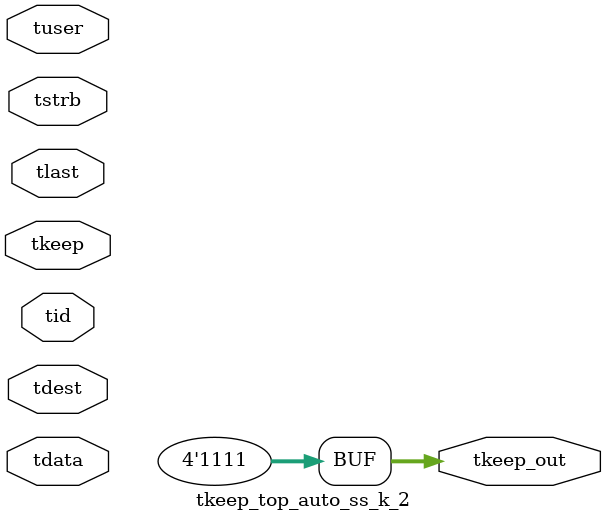
<source format=v>


`timescale 1ps/1ps

module tkeep_top_auto_ss_k_2 #
(
parameter C_S_AXIS_TDATA_WIDTH = 32,
parameter C_S_AXIS_TUSER_WIDTH = 0,
parameter C_S_AXIS_TID_WIDTH   = 0,
parameter C_S_AXIS_TDEST_WIDTH = 0,
parameter C_M_AXIS_TDATA_WIDTH = 32
)
(
input  [(C_S_AXIS_TDATA_WIDTH == 0 ? 1 : C_S_AXIS_TDATA_WIDTH)-1:0     ] tdata,
input  [(C_S_AXIS_TUSER_WIDTH == 0 ? 1 : C_S_AXIS_TUSER_WIDTH)-1:0     ] tuser,
input  [(C_S_AXIS_TID_WIDTH   == 0 ? 1 : C_S_AXIS_TID_WIDTH)-1:0       ] tid,
input  [(C_S_AXIS_TDEST_WIDTH == 0 ? 1 : C_S_AXIS_TDEST_WIDTH)-1:0     ] tdest,
input  [(C_S_AXIS_TDATA_WIDTH/8)-1:0 ] tkeep,
input  [(C_S_AXIS_TDATA_WIDTH/8)-1:0 ] tstrb,
input                                                                    tlast,
output [(C_M_AXIS_TDATA_WIDTH/8)-1:0 ] tkeep_out
);

assign tkeep_out = {4'b1111};

endmodule


</source>
